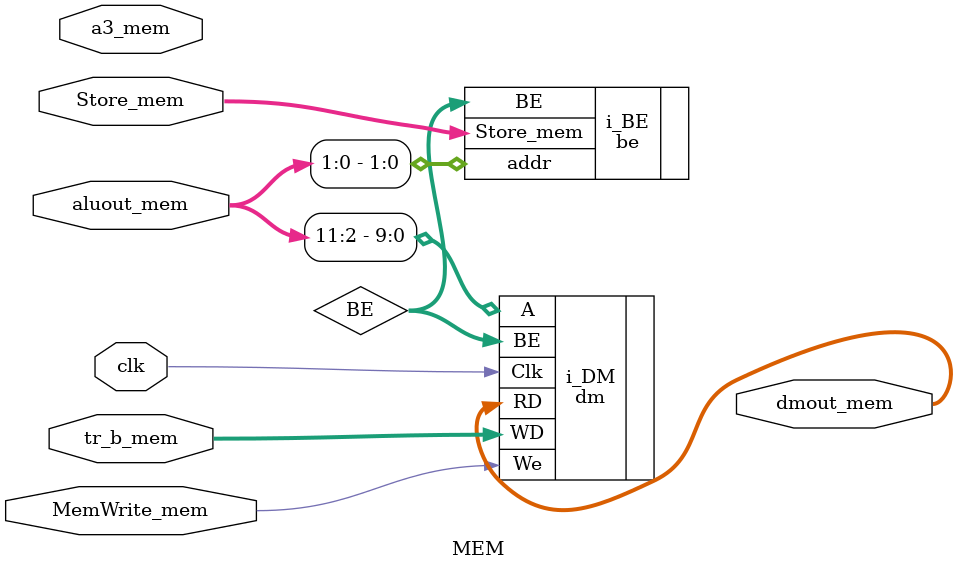
<source format=v>
`timescale 1ns / 1ps
module MEM(
	input clk,
	input MemWrite_mem,
	input [31:0]aluout_mem,tr_b_mem,
	input [4:0]a3_mem,
	input [1:0]Store_mem,
/*=========================================================================================================*/
	output [31:0]dmout_mem
    );
	 wire [3:0]BE;
/*=========================================================================================================*/
	dm i_DM(	.A(aluout_mem[11:2]),
				.BE(BE),
				.WD(tr_b_mem), 
		/*out*/.RD(dmout_mem),
				.We(MemWrite_mem), 
				.Clk(clk)
	  );
/*=========================================================================================================*/
	be i_BE(.addr(aluout_mem[1:0]),
				.Store_mem(Store_mem),
				.BE(BE));
/*=========================================================================================================*/
endmodule

</source>
